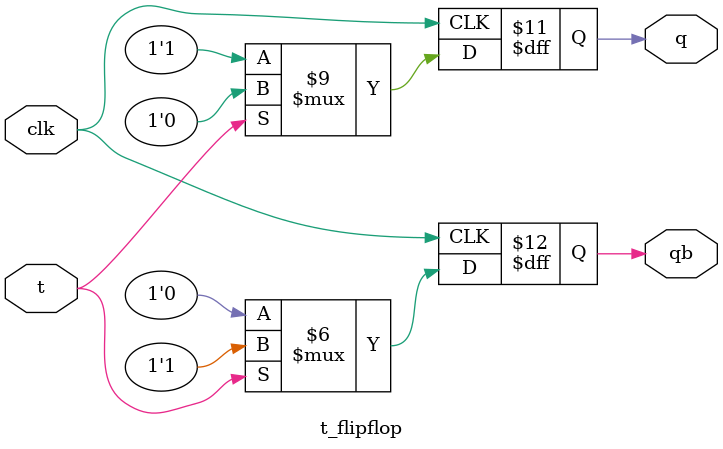
<source format=v>
`timescale 1ns / 1ps


module t_flipflop(
    input t, clk,
    output reg q, qb
    );
      always@(posedge clk)
    begin
   if(t == 0)
    begin
   q =1; qb = ~q;
   end
   else
    begin
    q = 0; qb = ~q;
    end
    end
endmodule

</source>
